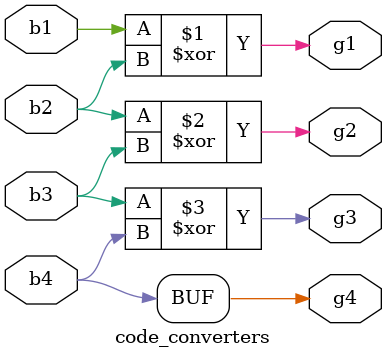
<source format=v>
`timescale 1ns / 1ps


module code_converters(
    input b1,
    input b2,
    input b3,
    input b4,
    output g1,
    output g2,
    output g3,
 output g4
    );
    assign g1= b1 ^ b2;
        assign g2= b2 ^ b3;
    assign g3=b3 ^ b4;
    assign g4= b4;

endmodule

</source>
